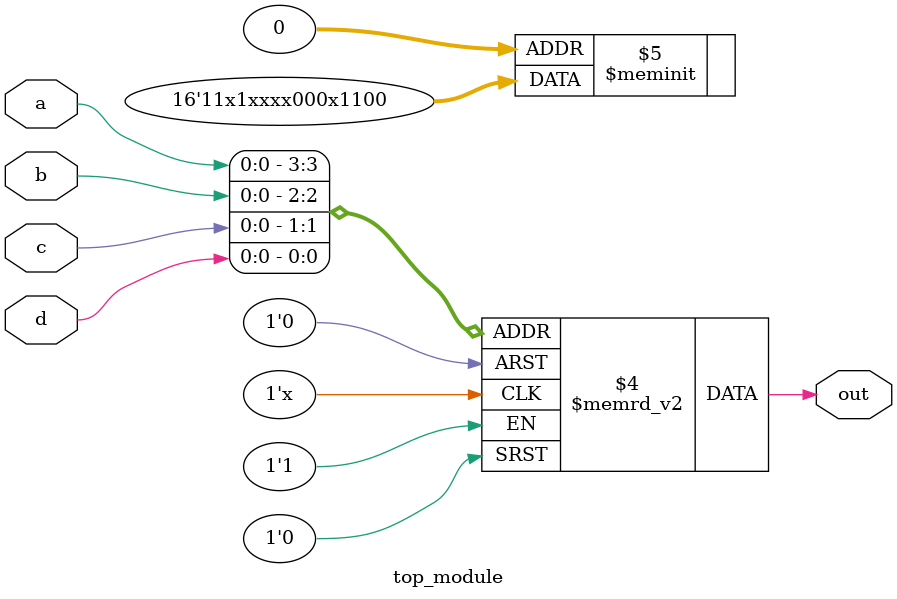
<source format=sv>
module top_module (
  input a, 
  input b,
  input c,
  input d,
  output reg out
);

  always @* begin
    case ({a, b, c, d})
      4'b0000, 4'b0001, 4'b0101, 4'b0110, 4'b0111: out = 1'b0;
      4'b0011, 4'b0010, 4'b1100, 4'b1110, 4'b1111: out = 1'b1;
      4'b0100, 4'b1000, 4'b1011, 4'b1010: out = 1'bx;
      default: out = 1'bx;
    endcase
  end

endmodule

</source>
